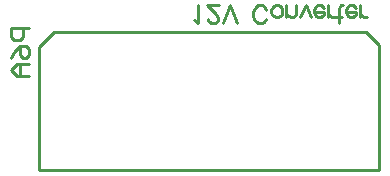
<source format=gbo>
G04 Layer_Color=32896*
%FSLAX24Y24*%
%MOIN*%
G70*
G01*
G75*
%ADD14C,0.0100*%
D14*
X34350Y20600D02*
X44750D01*
X33850Y16000D02*
X45170D01*
X44750Y20600D02*
X45170Y20180D01*
Y16000D02*
Y20180D01*
X33850Y16000D02*
Y20100D01*
X34350Y20600D01*
X33495Y20755D02*
X32895D01*
Y20455D01*
X32995Y20355D01*
X33195D01*
X33295Y20455D01*
Y20755D01*
X32895Y19755D02*
X32995Y19955D01*
X33195Y20155D01*
X33395D01*
X33495Y20055D01*
Y19855D01*
X33395Y19755D01*
X33295D01*
X33195Y19855D01*
Y20155D01*
X33495Y19555D02*
X33095D01*
X32895Y19355D01*
X33095Y19156D01*
X33495D01*
X33195D01*
Y19555D01*
X39000Y21014D02*
X39057Y20986D01*
X39143Y20900D01*
Y21500D01*
X39468Y21043D02*
Y21014D01*
X39497Y20957D01*
X39526Y20929D01*
X39583Y20900D01*
X39697D01*
X39754Y20929D01*
X39783Y20957D01*
X39811Y21014D01*
Y21072D01*
X39783Y21129D01*
X39726Y21214D01*
X39440Y21500D01*
X39840D01*
X39974Y20900D02*
X40203Y21500D01*
X40431Y20900D02*
X40203Y21500D01*
X41408Y21043D02*
X41379Y20986D01*
X41322Y20929D01*
X41265Y20900D01*
X41151D01*
X41094Y20929D01*
X41037Y20986D01*
X41008Y21043D01*
X40980Y21129D01*
Y21271D01*
X41008Y21357D01*
X41037Y21414D01*
X41094Y21471D01*
X41151Y21500D01*
X41265D01*
X41322Y21471D01*
X41379Y21414D01*
X41408Y21357D01*
X41719Y21100D02*
X41662Y21129D01*
X41605Y21186D01*
X41577Y21271D01*
Y21329D01*
X41605Y21414D01*
X41662Y21471D01*
X41719Y21500D01*
X41805D01*
X41862Y21471D01*
X41919Y21414D01*
X41948Y21329D01*
Y21271D01*
X41919Y21186D01*
X41862Y21129D01*
X41805Y21100D01*
X41719D01*
X42079D02*
Y21500D01*
Y21214D02*
X42165Y21129D01*
X42222Y21100D01*
X42308D01*
X42365Y21129D01*
X42394Y21214D01*
Y21500D01*
X42551Y21100D02*
X42722Y21500D01*
X42893Y21100D02*
X42722Y21500D01*
X42991Y21271D02*
X43333D01*
Y21214D01*
X43305Y21157D01*
X43276Y21129D01*
X43219Y21100D01*
X43133D01*
X43076Y21129D01*
X43019Y21186D01*
X42991Y21271D01*
Y21329D01*
X43019Y21414D01*
X43076Y21471D01*
X43133Y21500D01*
X43219D01*
X43276Y21471D01*
X43333Y21414D01*
X43462Y21100D02*
Y21500D01*
Y21271D02*
X43490Y21186D01*
X43548Y21129D01*
X43605Y21100D01*
X43690D01*
X43830Y20900D02*
Y21386D01*
X43859Y21471D01*
X43916Y21500D01*
X43973D01*
X43745Y21100D02*
X43945D01*
X44059Y21271D02*
X44402D01*
Y21214D01*
X44373Y21157D01*
X44345Y21129D01*
X44287Y21100D01*
X44202D01*
X44145Y21129D01*
X44087Y21186D01*
X44059Y21271D01*
Y21329D01*
X44087Y21414D01*
X44145Y21471D01*
X44202Y21500D01*
X44287D01*
X44345Y21471D01*
X44402Y21414D01*
X44530Y21100D02*
Y21500D01*
Y21271D02*
X44559Y21186D01*
X44616Y21129D01*
X44673Y21100D01*
X44759D01*
M02*

</source>
